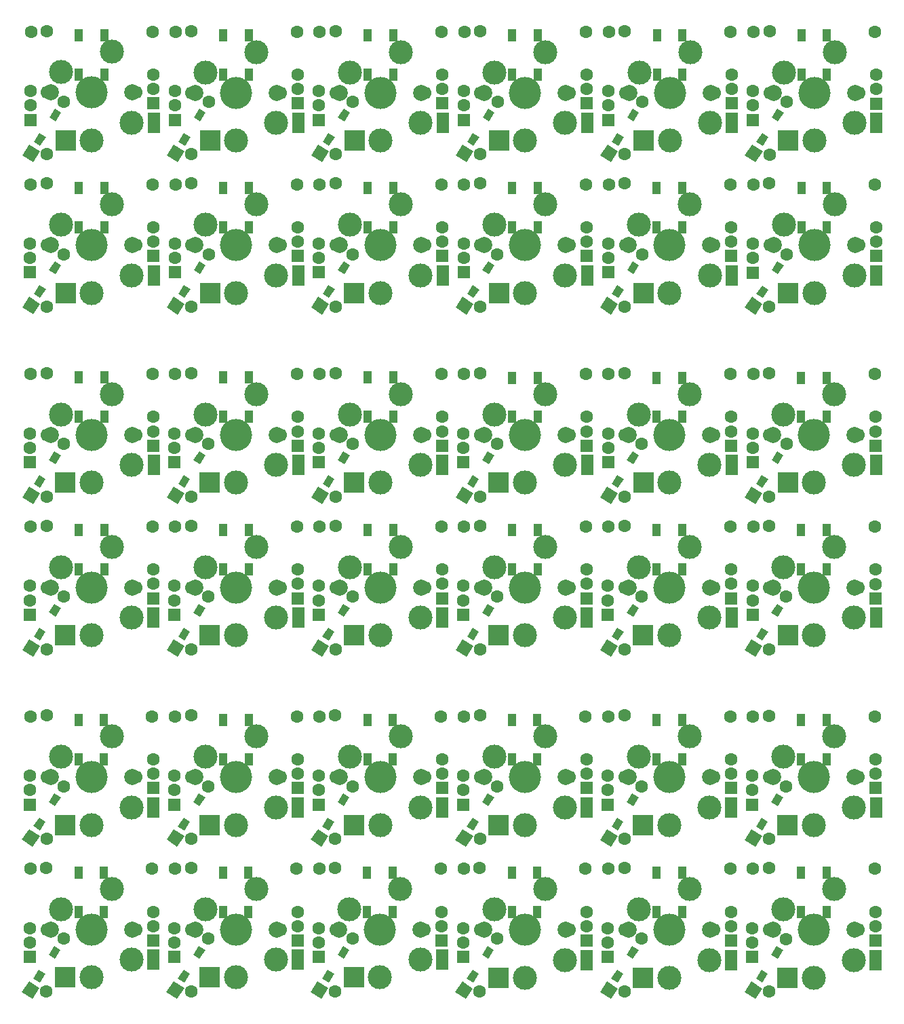
<source format=gts>
G04 #@! TF.GenerationSoftware,KiCad,Pcbnew,(5.1.5)-3*
G04 #@! TF.CreationDate,2020-05-06T16:20:12+02:00*
G04 #@! TF.ProjectId,plaque,706c6171-7565-42e6-9b69-6361645f7063,1*
G04 #@! TF.SameCoordinates,Original*
G04 #@! TF.FileFunction,Soldermask,Top*
G04 #@! TF.FilePolarity,Negative*
%FSLAX46Y46*%
G04 Gerber Fmt 4.6, Leading zero omitted, Abs format (unit mm)*
G04 Created by KiCad (PCBNEW (5.1.5)-3) date 2020-05-06 16:20:12*
%MOMM*%
%LPD*%
G04 APERTURE LIST*
%ADD10C,1.600000*%
%ADD11C,0.100000*%
%ADD12C,2.000000*%
%ADD13C,3.000000*%
%ADD14C,4.000000*%
%ADD15R,1.000000X1.500000*%
%ADD16C,1.701800*%
%ADD17R,2.600000X2.600000*%
%ADD18C,3.429000*%
%ADD19R,1.600000X2.600000*%
%ADD20R,1.600000X1.600000*%
G04 APERTURE END LIST*
D10*
X125084040Y-129200920D03*
D11*
G36*
X124259906Y-128115842D02*
G01*
X123458684Y-127605407D01*
X124157174Y-126508998D01*
X124958396Y-127019433D01*
X124259906Y-128115842D01*
G37*
G36*
X126167320Y-125121802D02*
G01*
X125366098Y-124611367D01*
X126064588Y-123514958D01*
X126865810Y-124025393D01*
X126167320Y-125121802D01*
G37*
D10*
X123002040Y-123100920D03*
D11*
G36*
X123378913Y-130155473D02*
G01*
X122029487Y-129295793D01*
X122889167Y-127946367D01*
X124238593Y-128806047D01*
X123378913Y-130155473D01*
G37*
D10*
X127228263Y-122624277D03*
D12*
X135764040Y-121500920D03*
D13*
X133224040Y-116420920D03*
D14*
X130684040Y-121500920D03*
D13*
X126874040Y-118960920D03*
D12*
X125604040Y-121500920D03*
D15*
X132272640Y-119245720D03*
X129072640Y-119245720D03*
X132272640Y-114345720D03*
X129072640Y-114345720D03*
D10*
X104957880Y-121298380D03*
X107039880Y-129198380D03*
X104957880Y-123098380D03*
D15*
X111028480Y-114343180D03*
X114228480Y-114343180D03*
X111028480Y-119243180D03*
X114228480Y-119243180D03*
D16*
X118139880Y-121498380D03*
X107139880Y-121498380D03*
D17*
X109364880Y-127448380D03*
D13*
X117639880Y-125248380D03*
D18*
X112639880Y-121498380D03*
D13*
X112639880Y-127448380D03*
D19*
X120389880Y-125248380D03*
D20*
X120339880Y-122848380D03*
D12*
X117712260Y-140530600D03*
D13*
X115172260Y-135450600D03*
D14*
X112632260Y-140530600D03*
D13*
X108822260Y-137990600D03*
D12*
X107552260Y-140530600D03*
D16*
X136176420Y-140533140D03*
X125176420Y-140533140D03*
D17*
X127401420Y-146483140D03*
D13*
X135676420Y-144283140D03*
D18*
X130676420Y-140533140D03*
D13*
X130676420Y-146483140D03*
D19*
X138426420Y-144283140D03*
D10*
X125076420Y-148233140D03*
D12*
X125596420Y-140533140D03*
D13*
X126866420Y-137993140D03*
D14*
X130676420Y-140533140D03*
D13*
X133216420Y-135453140D03*
D12*
X135756420Y-140533140D03*
D20*
X138384040Y-122850920D03*
D11*
G36*
X105327133Y-149185153D02*
G01*
X103977707Y-148325473D01*
X104837387Y-146976047D01*
X106186813Y-147835727D01*
X105327133Y-149185153D01*
G37*
D10*
X109176483Y-141653957D03*
D11*
G36*
X126159700Y-144154022D02*
G01*
X125358478Y-143643587D01*
X126056968Y-142547178D01*
X126858190Y-143057613D01*
X126159700Y-144154022D01*
G37*
G36*
X124252286Y-147148062D02*
G01*
X123451064Y-146637627D01*
X124149554Y-145541218D01*
X124950776Y-146051653D01*
X124252286Y-147148062D01*
G37*
D15*
X129065020Y-133377940D03*
X132265020Y-133377940D03*
X129065020Y-138277940D03*
X132265020Y-138277940D03*
D20*
X138376420Y-141883140D03*
D10*
X122994420Y-140333140D03*
X125076420Y-132833140D03*
X138376420Y-140083140D03*
X138384040Y-119250920D03*
X123076420Y-132933140D03*
X107032260Y-148230600D03*
X138284040Y-113900920D03*
X104950260Y-142130600D03*
X138376420Y-138283140D03*
X122994420Y-142133140D03*
D19*
X138434040Y-125250920D03*
D13*
X130684040Y-127450920D03*
D18*
X130684040Y-121500920D03*
D13*
X135684040Y-125250920D03*
D17*
X127409040Y-127450920D03*
D16*
X125184040Y-121500920D03*
X136184040Y-121500920D03*
D10*
X127220643Y-141656497D03*
D11*
G36*
X123371293Y-149187693D02*
G01*
X122021867Y-148328013D01*
X122881547Y-146978587D01*
X124230973Y-147838267D01*
X123371293Y-149187693D01*
G37*
D10*
X123002040Y-121300920D03*
D11*
G36*
X108123160Y-125119262D02*
G01*
X107321938Y-124608827D01*
X108020428Y-123512418D01*
X108821650Y-124022853D01*
X108123160Y-125119262D01*
G37*
G36*
X106215746Y-128113302D02*
G01*
X105414524Y-127602867D01*
X106113014Y-126506458D01*
X106914236Y-127016893D01*
X106215746Y-128113302D01*
G37*
D10*
X109184103Y-122621737D03*
D11*
G36*
X105334753Y-130152933D02*
G01*
X103985327Y-129293253D01*
X104845007Y-127943827D01*
X106194433Y-128803507D01*
X105334753Y-130152933D01*
G37*
D10*
X123084040Y-113900920D03*
D20*
X122994420Y-143933140D03*
D12*
X107559880Y-121498380D03*
D13*
X108829880Y-118958380D03*
D14*
X112639880Y-121498380D03*
D13*
X115179880Y-116418380D03*
D12*
X117719880Y-121498380D03*
D10*
X125084040Y-113800920D03*
X138276420Y-132933140D03*
X107039880Y-113798380D03*
D20*
X123002040Y-124900920D03*
D10*
X104950260Y-140330600D03*
X70941400Y-113795840D03*
D11*
G36*
X90061220Y-144151482D02*
G01*
X89259998Y-143641047D01*
X89958488Y-142544638D01*
X90759710Y-143055073D01*
X90061220Y-144151482D01*
G37*
G36*
X88153806Y-147145522D02*
G01*
X87352584Y-146635087D01*
X88051074Y-145538678D01*
X88852296Y-146049113D01*
X88153806Y-147145522D01*
G37*
D10*
X88977940Y-132830600D03*
D16*
X82041400Y-121495840D03*
X71041400Y-121495840D03*
D17*
X73266400Y-127445840D03*
D13*
X81541400Y-125245840D03*
D18*
X76541400Y-121495840D03*
D13*
X76541400Y-127445840D03*
D19*
X84291400Y-125245840D03*
D20*
X86895940Y-143930600D03*
D10*
X68851780Y-140328060D03*
X91122163Y-141653957D03*
D11*
G36*
X87272813Y-149185153D02*
G01*
X85923387Y-148325473D01*
X86783067Y-146976047D01*
X88132493Y-147835727D01*
X87272813Y-149185153D01*
G37*
D10*
X86895940Y-140330600D03*
X102285560Y-119248380D03*
D11*
G36*
X72024680Y-125116722D02*
G01*
X71223458Y-124606287D01*
X71921948Y-123509878D01*
X72723170Y-124020313D01*
X72024680Y-125116722D01*
G37*
G36*
X70117266Y-128110762D02*
G01*
X69316044Y-127600327D01*
X70014534Y-126503918D01*
X70815756Y-127014353D01*
X70117266Y-128110762D01*
G37*
D12*
X71461400Y-121495840D03*
D13*
X72731400Y-118955840D03*
D14*
X76541400Y-121495840D03*
D13*
X79081400Y-116415840D03*
D12*
X81621400Y-121495840D03*
D15*
X74930000Y-114340640D03*
X78130000Y-114340640D03*
X74930000Y-119240640D03*
X78130000Y-119240640D03*
D10*
X88977940Y-148230600D03*
X70941400Y-129195840D03*
D19*
X102335560Y-125248380D03*
D13*
X94585560Y-127448380D03*
D18*
X94585560Y-121498380D03*
D13*
X99585560Y-125248380D03*
D17*
X91310560Y-127448380D03*
D16*
X89085560Y-121498380D03*
X100085560Y-121498380D03*
D20*
X86903560Y-124898380D03*
D10*
X86895940Y-142130600D03*
X73085623Y-122619197D03*
D11*
G36*
X69236273Y-130150393D02*
G01*
X67886847Y-129290713D01*
X68746527Y-127941287D01*
X70095953Y-128800967D01*
X69236273Y-130150393D01*
G37*
D10*
X68859400Y-123095840D03*
D20*
X102285560Y-122848380D03*
D10*
X88985560Y-113798380D03*
X70933780Y-148228060D03*
D20*
X102277940Y-141880600D03*
D12*
X89497940Y-140530600D03*
D13*
X90767940Y-137990600D03*
D14*
X94577940Y-140530600D03*
D13*
X97117940Y-135450600D03*
D12*
X99657940Y-140530600D03*
D10*
X102177940Y-132930600D03*
X86977940Y-132930600D03*
D16*
X100077940Y-140530600D03*
X89077940Y-140530600D03*
D17*
X91302940Y-146480600D03*
D13*
X99577940Y-144280600D03*
D18*
X94577940Y-140530600D03*
D13*
X94577940Y-146480600D03*
D19*
X102327940Y-144280600D03*
D10*
X102185560Y-113898380D03*
D20*
X84241400Y-122845840D03*
D10*
X86985560Y-113898380D03*
X120339880Y-121048380D03*
X120339880Y-119248380D03*
X105032260Y-132930600D03*
X120232260Y-132930600D03*
X107032260Y-132830600D03*
D20*
X104957880Y-124898380D03*
X120332260Y-141880600D03*
D11*
G36*
X106208126Y-147145522D02*
G01*
X105406904Y-146635087D01*
X106105394Y-145538678D01*
X106906616Y-146049113D01*
X106208126Y-147145522D01*
G37*
G36*
X108115540Y-144151482D02*
G01*
X107314318Y-143641047D01*
X108012808Y-142544638D01*
X108814030Y-143055073D01*
X108115540Y-144151482D01*
G37*
D15*
X114220860Y-138275400D03*
X111020860Y-138275400D03*
X114220860Y-133375400D03*
X111020860Y-133375400D03*
D10*
X120332260Y-140080600D03*
X138384040Y-121050920D03*
D20*
X104950260Y-143930600D03*
D10*
X120239880Y-113898380D03*
X105039880Y-113898380D03*
D19*
X120382260Y-144280600D03*
D13*
X112632260Y-146480600D03*
D18*
X112632260Y-140530600D03*
D13*
X117632260Y-144280600D03*
D17*
X109357260Y-146480600D03*
D16*
X107132260Y-140530600D03*
X118132260Y-140530600D03*
D11*
G36*
X70109646Y-147142982D02*
G01*
X69308424Y-146632547D01*
X70006914Y-145536138D01*
X70808136Y-146046573D01*
X70109646Y-147142982D01*
G37*
G36*
X72017060Y-144148942D02*
G01*
X71215838Y-143638507D01*
X71914328Y-142542098D01*
X72715550Y-143052533D01*
X72017060Y-144148942D01*
G37*
D20*
X68851780Y-143928060D03*
D15*
X92966540Y-133375400D03*
X96166540Y-133375400D03*
X92966540Y-138275400D03*
X96166540Y-138275400D03*
D10*
X70933780Y-132828060D03*
X102277940Y-138280600D03*
X102285560Y-121048380D03*
X84141400Y-113895840D03*
X84233780Y-138278060D03*
X84233780Y-140078060D03*
X68941400Y-113895840D03*
X102277940Y-140080600D03*
X68933780Y-132928060D03*
D19*
X84283780Y-144278060D03*
D13*
X76533780Y-146478060D03*
D18*
X76533780Y-140528060D03*
D13*
X81533780Y-144278060D03*
D17*
X73258780Y-146478060D03*
D16*
X71033780Y-140528060D03*
X82033780Y-140528060D03*
D10*
X84133780Y-132928060D03*
D15*
X78122380Y-138272860D03*
X74922380Y-138272860D03*
X78122380Y-133372860D03*
X74922380Y-133372860D03*
D20*
X84233780Y-141878060D03*
D10*
X84241400Y-121045840D03*
X84241400Y-119245840D03*
D20*
X68859400Y-124895840D03*
D12*
X81613780Y-140528060D03*
D13*
X79073780Y-135448060D03*
D14*
X76533780Y-140528060D03*
D13*
X72723780Y-137988060D03*
D12*
X71453780Y-140528060D03*
D11*
G36*
X69228653Y-149182613D02*
G01*
X67879227Y-148322933D01*
X68738907Y-146973507D01*
X70088333Y-147833187D01*
X69228653Y-149182613D01*
G37*
D10*
X73078003Y-141651417D03*
X68851780Y-142128060D03*
X120332260Y-138280600D03*
X86903560Y-121298380D03*
X86903560Y-123098380D03*
X68859400Y-121295840D03*
D11*
G36*
X87280433Y-130152933D02*
G01*
X85931007Y-129293253D01*
X86790687Y-127943827D01*
X88140113Y-128803507D01*
X87280433Y-130152933D01*
G37*
D10*
X91129783Y-122621737D03*
D15*
X96174160Y-119243180D03*
X92974160Y-119243180D03*
X96174160Y-114343180D03*
X92974160Y-114343180D03*
D10*
X88985560Y-129198380D03*
D12*
X99665560Y-121498380D03*
D13*
X97125560Y-116418380D03*
D14*
X94585560Y-121498380D03*
D13*
X90775560Y-118958380D03*
D12*
X89505560Y-121498380D03*
D11*
G36*
X88161426Y-128113302D02*
G01*
X87360204Y-127602867D01*
X88058694Y-126506458D01*
X88859916Y-127016893D01*
X88161426Y-128113302D01*
G37*
G36*
X90068840Y-125119262D02*
G01*
X89267618Y-124608827D01*
X89966108Y-123512418D01*
X90767330Y-124022853D01*
X90068840Y-125119262D01*
G37*
G36*
X54008460Y-125116722D02*
G01*
X53207238Y-124606287D01*
X53905728Y-123509878D01*
X54706950Y-124020313D01*
X54008460Y-125116722D01*
G37*
G36*
X52101046Y-128110762D02*
G01*
X51299824Y-127600327D01*
X51998314Y-126503918D01*
X52799536Y-127014353D01*
X52101046Y-128110762D01*
G37*
D10*
X50843180Y-123095840D03*
X55069403Y-122619197D03*
D11*
G36*
X51220053Y-130150393D02*
G01*
X49870627Y-129290713D01*
X50730307Y-127941287D01*
X52079733Y-128800967D01*
X51220053Y-130150393D01*
G37*
D12*
X53445180Y-121495840D03*
D13*
X54715180Y-118955840D03*
D14*
X58525180Y-121495840D03*
D13*
X61065180Y-116415840D03*
D12*
X63605180Y-121495840D03*
D10*
X52925180Y-129195840D03*
X50843180Y-121295840D03*
D15*
X56913780Y-114340640D03*
X60113780Y-114340640D03*
X56913780Y-119240640D03*
X60113780Y-119240640D03*
D10*
X32799020Y-121293300D03*
D11*
G36*
X34056886Y-128108222D02*
G01*
X33255664Y-127597787D01*
X33954154Y-126501378D01*
X34755376Y-127011813D01*
X34056886Y-128108222D01*
G37*
G36*
X35964300Y-125114182D02*
G01*
X35163078Y-124603747D01*
X35861568Y-123507338D01*
X36662790Y-124017773D01*
X35964300Y-125114182D01*
G37*
D10*
X34881020Y-129193300D03*
D12*
X45561020Y-121493300D03*
D13*
X43021020Y-116413300D03*
D14*
X40481020Y-121493300D03*
D13*
X36671020Y-118953300D03*
D12*
X35401020Y-121493300D03*
D11*
G36*
X33175893Y-130147853D02*
G01*
X31826467Y-129288173D01*
X32686147Y-127938747D01*
X34035573Y-128798427D01*
X33175893Y-130147853D01*
G37*
D10*
X37025243Y-122616657D03*
X32799020Y-123093300D03*
D15*
X42069620Y-119238100D03*
X38869620Y-119238100D03*
X42069620Y-114338100D03*
X38869620Y-114338100D03*
D10*
X34881020Y-113793300D03*
D19*
X48231020Y-125243300D03*
D13*
X40481020Y-127443300D03*
D18*
X40481020Y-121493300D03*
D13*
X45481020Y-125243300D03*
D17*
X37206020Y-127443300D03*
D16*
X34981020Y-121493300D03*
X45981020Y-121493300D03*
D20*
X48181020Y-122843300D03*
D10*
X52925180Y-113795840D03*
D16*
X64025180Y-121495840D03*
X53025180Y-121495840D03*
D17*
X55250180Y-127445840D03*
D13*
X63525180Y-125245840D03*
D18*
X58525180Y-121495840D03*
D13*
X58525180Y-127445840D03*
D19*
X66275180Y-125245840D03*
D10*
X52917560Y-148228060D03*
D12*
X63597560Y-140528060D03*
D13*
X61057560Y-135448060D03*
D14*
X58517560Y-140528060D03*
D13*
X54707560Y-137988060D03*
D12*
X53437560Y-140528060D03*
D11*
G36*
X52093426Y-147142982D02*
G01*
X51292204Y-146632547D01*
X51990694Y-145536138D01*
X52791916Y-146046573D01*
X52093426Y-147142982D01*
G37*
G36*
X54000840Y-144148942D02*
G01*
X53199618Y-143638507D01*
X53898108Y-142542098D01*
X54699330Y-143052533D01*
X54000840Y-144148942D01*
G37*
G36*
X51212433Y-149182613D02*
G01*
X49863007Y-148322933D01*
X50722687Y-146973507D01*
X52072113Y-147833187D01*
X51212433Y-149182613D01*
G37*
D10*
X55061783Y-141651417D03*
X50835560Y-142128060D03*
D20*
X66217560Y-141878060D03*
D10*
X50925180Y-113895840D03*
X52917560Y-132828060D03*
D20*
X66225180Y-122845840D03*
D10*
X50835560Y-140328060D03*
D20*
X50835560Y-143928060D03*
D10*
X66117560Y-132928060D03*
X32791400Y-140325520D03*
D20*
X50843180Y-124895840D03*
D10*
X34873400Y-148225520D03*
X50917560Y-132928060D03*
D19*
X66267560Y-144278060D03*
D13*
X58517560Y-146478060D03*
D18*
X58517560Y-140528060D03*
D13*
X63517560Y-144278060D03*
D17*
X55242560Y-146478060D03*
D16*
X53017560Y-140528060D03*
X64017560Y-140528060D03*
D10*
X66125180Y-113895840D03*
X66225180Y-119245840D03*
D15*
X60106160Y-138272860D03*
X56906160Y-138272860D03*
X60106160Y-133372860D03*
X56906160Y-133372860D03*
D10*
X66217560Y-140078060D03*
X66217560Y-138278060D03*
D12*
X35393400Y-140525520D03*
D13*
X36663400Y-137985520D03*
D14*
X40473400Y-140525520D03*
D13*
X43013400Y-135445520D03*
D12*
X45553400Y-140525520D03*
D10*
X37017623Y-141648877D03*
D11*
G36*
X33168273Y-149180073D02*
G01*
X31818847Y-148320393D01*
X32678527Y-146970967D01*
X34027953Y-147830647D01*
X33168273Y-149180073D01*
G37*
D10*
X32791400Y-142125520D03*
D11*
G36*
X35956680Y-144146402D02*
G01*
X35155458Y-143635967D01*
X35853948Y-142539558D01*
X36655170Y-143049993D01*
X35956680Y-144146402D01*
G37*
G36*
X34049266Y-147140442D02*
G01*
X33248044Y-146630007D01*
X33946534Y-145533598D01*
X34747756Y-146044033D01*
X34049266Y-147140442D01*
G37*
D10*
X66225180Y-121045840D03*
X48073400Y-132925520D03*
D20*
X32791400Y-143925520D03*
X48173400Y-141875520D03*
D10*
X32881020Y-113893300D03*
X34873400Y-132825520D03*
X32873400Y-132925520D03*
D16*
X45973400Y-140525520D03*
X34973400Y-140525520D03*
D17*
X37198400Y-146475520D03*
D13*
X45473400Y-144275520D03*
D18*
X40473400Y-140525520D03*
D13*
X40473400Y-146475520D03*
D19*
X48223400Y-144275520D03*
D10*
X48181020Y-121043300D03*
X48181020Y-119243300D03*
X48081020Y-113893300D03*
D20*
X32799020Y-124893300D03*
D15*
X38862000Y-133370320D03*
X42062000Y-133370320D03*
X38862000Y-138270320D03*
X42062000Y-138270320D03*
D10*
X48173400Y-140075520D03*
X48173400Y-138275520D03*
X125111980Y-86493360D03*
D11*
G36*
X124287846Y-85408282D02*
G01*
X123486624Y-84897847D01*
X124185114Y-83801438D01*
X124986336Y-84311873D01*
X124287846Y-85408282D01*
G37*
G36*
X126195260Y-82414242D02*
G01*
X125394038Y-81903807D01*
X126092528Y-80807398D01*
X126893750Y-81317833D01*
X126195260Y-82414242D01*
G37*
D10*
X123029980Y-80393360D03*
D11*
G36*
X123406853Y-87447913D02*
G01*
X122057427Y-86588233D01*
X122917107Y-85238807D01*
X124266533Y-86098487D01*
X123406853Y-87447913D01*
G37*
D10*
X127256203Y-79916717D03*
D12*
X135791980Y-78793360D03*
D13*
X133251980Y-73713360D03*
D14*
X130711980Y-78793360D03*
D13*
X126901980Y-76253360D03*
D12*
X125631980Y-78793360D03*
D15*
X132300580Y-76538160D03*
X129100580Y-76538160D03*
X132300580Y-71638160D03*
X129100580Y-71638160D03*
D10*
X104985820Y-78590820D03*
X107067820Y-86490820D03*
X104985820Y-80390820D03*
D15*
X111056420Y-71635620D03*
X114256420Y-71635620D03*
X111056420Y-76535620D03*
X114256420Y-76535620D03*
D16*
X118167820Y-78790820D03*
X107167820Y-78790820D03*
D17*
X109392820Y-84740820D03*
D13*
X117667820Y-82540820D03*
D18*
X112667820Y-78790820D03*
D13*
X112667820Y-84740820D03*
D19*
X120417820Y-82540820D03*
D20*
X120367820Y-80140820D03*
D12*
X117740200Y-97823040D03*
D13*
X115200200Y-92743040D03*
D14*
X112660200Y-97823040D03*
D13*
X108850200Y-95283040D03*
D12*
X107580200Y-97823040D03*
D16*
X136204360Y-97825580D03*
X125204360Y-97825580D03*
D17*
X127429360Y-103775580D03*
D13*
X135704360Y-101575580D03*
D18*
X130704360Y-97825580D03*
D13*
X130704360Y-103775580D03*
D19*
X138454360Y-101575580D03*
D10*
X125104360Y-105525580D03*
D12*
X125624360Y-97825580D03*
D13*
X126894360Y-95285580D03*
D14*
X130704360Y-97825580D03*
D13*
X133244360Y-92745580D03*
D12*
X135784360Y-97825580D03*
D20*
X138411980Y-80143360D03*
D11*
G36*
X105355073Y-106477593D02*
G01*
X104005647Y-105617913D01*
X104865327Y-104268487D01*
X106214753Y-105128167D01*
X105355073Y-106477593D01*
G37*
D10*
X109204423Y-98946397D03*
D11*
G36*
X126187640Y-101446462D02*
G01*
X125386418Y-100936027D01*
X126084908Y-99839618D01*
X126886130Y-100350053D01*
X126187640Y-101446462D01*
G37*
G36*
X124280226Y-104440502D02*
G01*
X123479004Y-103930067D01*
X124177494Y-102833658D01*
X124978716Y-103344093D01*
X124280226Y-104440502D01*
G37*
D15*
X129092960Y-90670380D03*
X132292960Y-90670380D03*
X129092960Y-95570380D03*
X132292960Y-95570380D03*
D20*
X138404360Y-99175580D03*
D10*
X123022360Y-97625580D03*
X125104360Y-90125580D03*
X138404360Y-97375580D03*
X138411980Y-76543360D03*
X123104360Y-90225580D03*
X107060200Y-105523040D03*
X138311980Y-71193360D03*
X104978200Y-99423040D03*
X138404360Y-95575580D03*
X123022360Y-99425580D03*
D19*
X138461980Y-82543360D03*
D13*
X130711980Y-84743360D03*
D18*
X130711980Y-78793360D03*
D13*
X135711980Y-82543360D03*
D17*
X127436980Y-84743360D03*
D16*
X125211980Y-78793360D03*
X136211980Y-78793360D03*
D10*
X127248583Y-98948937D03*
D11*
G36*
X123399233Y-106480133D02*
G01*
X122049807Y-105620453D01*
X122909487Y-104271027D01*
X124258913Y-105130707D01*
X123399233Y-106480133D01*
G37*
D10*
X123029980Y-78593360D03*
D11*
G36*
X108151100Y-82411702D02*
G01*
X107349878Y-81901267D01*
X108048368Y-80804858D01*
X108849590Y-81315293D01*
X108151100Y-82411702D01*
G37*
G36*
X106243686Y-85405742D02*
G01*
X105442464Y-84895307D01*
X106140954Y-83798898D01*
X106942176Y-84309333D01*
X106243686Y-85405742D01*
G37*
D10*
X109212043Y-79914177D03*
D11*
G36*
X105362693Y-87445373D02*
G01*
X104013267Y-86585693D01*
X104872947Y-85236267D01*
X106222373Y-86095947D01*
X105362693Y-87445373D01*
G37*
D10*
X123111980Y-71193360D03*
D20*
X123022360Y-101225580D03*
D12*
X107587820Y-78790820D03*
D13*
X108857820Y-76250820D03*
D14*
X112667820Y-78790820D03*
D13*
X115207820Y-73710820D03*
D12*
X117747820Y-78790820D03*
D10*
X125111980Y-71093360D03*
X138304360Y-90225580D03*
X107067820Y-71090820D03*
D20*
X123029980Y-82193360D03*
D10*
X104978200Y-97623040D03*
X70969340Y-71088280D03*
D11*
G36*
X90089160Y-101443922D02*
G01*
X89287938Y-100933487D01*
X89986428Y-99837078D01*
X90787650Y-100347513D01*
X90089160Y-101443922D01*
G37*
G36*
X88181746Y-104437962D02*
G01*
X87380524Y-103927527D01*
X88079014Y-102831118D01*
X88880236Y-103341553D01*
X88181746Y-104437962D01*
G37*
D10*
X89005880Y-90123040D03*
D16*
X82069340Y-78788280D03*
X71069340Y-78788280D03*
D17*
X73294340Y-84738280D03*
D13*
X81569340Y-82538280D03*
D18*
X76569340Y-78788280D03*
D13*
X76569340Y-84738280D03*
D19*
X84319340Y-82538280D03*
D20*
X86923880Y-101223040D03*
D10*
X68879720Y-97620500D03*
X91150103Y-98946397D03*
D11*
G36*
X87300753Y-106477593D02*
G01*
X85951327Y-105617913D01*
X86811007Y-104268487D01*
X88160433Y-105128167D01*
X87300753Y-106477593D01*
G37*
D10*
X86923880Y-97623040D03*
X102313500Y-76540820D03*
D11*
G36*
X72052620Y-82409162D02*
G01*
X71251398Y-81898727D01*
X71949888Y-80802318D01*
X72751110Y-81312753D01*
X72052620Y-82409162D01*
G37*
G36*
X70145206Y-85403202D02*
G01*
X69343984Y-84892767D01*
X70042474Y-83796358D01*
X70843696Y-84306793D01*
X70145206Y-85403202D01*
G37*
D12*
X71489340Y-78788280D03*
D13*
X72759340Y-76248280D03*
D14*
X76569340Y-78788280D03*
D13*
X79109340Y-73708280D03*
D12*
X81649340Y-78788280D03*
D15*
X74957940Y-71633080D03*
X78157940Y-71633080D03*
X74957940Y-76533080D03*
X78157940Y-76533080D03*
D10*
X89005880Y-105523040D03*
X70969340Y-86488280D03*
D19*
X102363500Y-82540820D03*
D13*
X94613500Y-84740820D03*
D18*
X94613500Y-78790820D03*
D13*
X99613500Y-82540820D03*
D17*
X91338500Y-84740820D03*
D16*
X89113500Y-78790820D03*
X100113500Y-78790820D03*
D20*
X86931500Y-82190820D03*
D10*
X86923880Y-99423040D03*
X73113563Y-79911637D03*
D11*
G36*
X69264213Y-87442833D02*
G01*
X67914787Y-86583153D01*
X68774467Y-85233727D01*
X70123893Y-86093407D01*
X69264213Y-87442833D01*
G37*
D10*
X68887340Y-80388280D03*
D20*
X102313500Y-80140820D03*
D10*
X89013500Y-71090820D03*
X70961720Y-105520500D03*
D20*
X102305880Y-99173040D03*
D12*
X89525880Y-97823040D03*
D13*
X90795880Y-95283040D03*
D14*
X94605880Y-97823040D03*
D13*
X97145880Y-92743040D03*
D12*
X99685880Y-97823040D03*
D10*
X102205880Y-90223040D03*
X87005880Y-90223040D03*
D16*
X100105880Y-97823040D03*
X89105880Y-97823040D03*
D17*
X91330880Y-103773040D03*
D13*
X99605880Y-101573040D03*
D18*
X94605880Y-97823040D03*
D13*
X94605880Y-103773040D03*
D19*
X102355880Y-101573040D03*
D10*
X102213500Y-71190820D03*
D20*
X84269340Y-80138280D03*
D10*
X87013500Y-71190820D03*
X120367820Y-78340820D03*
X120367820Y-76540820D03*
X105060200Y-90223040D03*
X120260200Y-90223040D03*
X107060200Y-90123040D03*
D20*
X104985820Y-82190820D03*
X120360200Y-99173040D03*
D11*
G36*
X106236066Y-104437962D02*
G01*
X105434844Y-103927527D01*
X106133334Y-102831118D01*
X106934556Y-103341553D01*
X106236066Y-104437962D01*
G37*
G36*
X108143480Y-101443922D02*
G01*
X107342258Y-100933487D01*
X108040748Y-99837078D01*
X108841970Y-100347513D01*
X108143480Y-101443922D01*
G37*
D15*
X114248800Y-95567840D03*
X111048800Y-95567840D03*
X114248800Y-90667840D03*
X111048800Y-90667840D03*
D10*
X120360200Y-97373040D03*
X138411980Y-78343360D03*
D20*
X104978200Y-101223040D03*
D10*
X120267820Y-71190820D03*
X105067820Y-71190820D03*
D19*
X120410200Y-101573040D03*
D13*
X112660200Y-103773040D03*
D18*
X112660200Y-97823040D03*
D13*
X117660200Y-101573040D03*
D17*
X109385200Y-103773040D03*
D16*
X107160200Y-97823040D03*
X118160200Y-97823040D03*
D11*
G36*
X70137586Y-104435422D02*
G01*
X69336364Y-103924987D01*
X70034854Y-102828578D01*
X70836076Y-103339013D01*
X70137586Y-104435422D01*
G37*
G36*
X72045000Y-101441382D02*
G01*
X71243778Y-100930947D01*
X71942268Y-99834538D01*
X72743490Y-100344973D01*
X72045000Y-101441382D01*
G37*
D20*
X68879720Y-101220500D03*
D15*
X92994480Y-90667840D03*
X96194480Y-90667840D03*
X92994480Y-95567840D03*
X96194480Y-95567840D03*
D10*
X70961720Y-90120500D03*
X102305880Y-95573040D03*
X102313500Y-78340820D03*
X84169340Y-71188280D03*
X84261720Y-95570500D03*
X84261720Y-97370500D03*
X68969340Y-71188280D03*
X102305880Y-97373040D03*
X68961720Y-90220500D03*
D19*
X84311720Y-101570500D03*
D13*
X76561720Y-103770500D03*
D18*
X76561720Y-97820500D03*
D13*
X81561720Y-101570500D03*
D17*
X73286720Y-103770500D03*
D16*
X71061720Y-97820500D03*
X82061720Y-97820500D03*
D10*
X84161720Y-90220500D03*
D15*
X78150320Y-95565300D03*
X74950320Y-95565300D03*
X78150320Y-90665300D03*
X74950320Y-90665300D03*
D20*
X84261720Y-99170500D03*
D10*
X84269340Y-78338280D03*
X84269340Y-76538280D03*
D20*
X68887340Y-82188280D03*
D12*
X81641720Y-97820500D03*
D13*
X79101720Y-92740500D03*
D14*
X76561720Y-97820500D03*
D13*
X72751720Y-95280500D03*
D12*
X71481720Y-97820500D03*
D11*
G36*
X69256593Y-106475053D02*
G01*
X67907167Y-105615373D01*
X68766847Y-104265947D01*
X70116273Y-105125627D01*
X69256593Y-106475053D01*
G37*
D10*
X73105943Y-98943857D03*
X68879720Y-99420500D03*
X120360200Y-95573040D03*
X86931500Y-78590820D03*
X86931500Y-80390820D03*
X68887340Y-78588280D03*
D11*
G36*
X87308373Y-87445373D02*
G01*
X85958947Y-86585693D01*
X86818627Y-85236267D01*
X88168053Y-86095947D01*
X87308373Y-87445373D01*
G37*
D10*
X91157723Y-79914177D03*
D15*
X96202100Y-76535620D03*
X93002100Y-76535620D03*
X96202100Y-71635620D03*
X93002100Y-71635620D03*
D10*
X89013500Y-86490820D03*
D12*
X99693500Y-78790820D03*
D13*
X97153500Y-73710820D03*
D14*
X94613500Y-78790820D03*
D13*
X90803500Y-76250820D03*
D12*
X89533500Y-78790820D03*
D11*
G36*
X88189366Y-85405742D02*
G01*
X87388144Y-84895307D01*
X88086634Y-83798898D01*
X88887856Y-84309333D01*
X88189366Y-85405742D01*
G37*
G36*
X90096780Y-82411702D02*
G01*
X89295558Y-81901267D01*
X89994048Y-80804858D01*
X90795270Y-81315293D01*
X90096780Y-82411702D01*
G37*
G36*
X54036400Y-82409162D02*
G01*
X53235178Y-81898727D01*
X53933668Y-80802318D01*
X54734890Y-81312753D01*
X54036400Y-82409162D01*
G37*
G36*
X52128986Y-85403202D02*
G01*
X51327764Y-84892767D01*
X52026254Y-83796358D01*
X52827476Y-84306793D01*
X52128986Y-85403202D01*
G37*
D10*
X50871120Y-80388280D03*
X55097343Y-79911637D03*
D11*
G36*
X51247993Y-87442833D02*
G01*
X49898567Y-86583153D01*
X50758247Y-85233727D01*
X52107673Y-86093407D01*
X51247993Y-87442833D01*
G37*
D12*
X53473120Y-78788280D03*
D13*
X54743120Y-76248280D03*
D14*
X58553120Y-78788280D03*
D13*
X61093120Y-73708280D03*
D12*
X63633120Y-78788280D03*
D10*
X52953120Y-86488280D03*
X50871120Y-78588280D03*
D15*
X56941720Y-71633080D03*
X60141720Y-71633080D03*
X56941720Y-76533080D03*
X60141720Y-76533080D03*
D10*
X32826960Y-78585740D03*
D11*
G36*
X34084826Y-85400662D02*
G01*
X33283604Y-84890227D01*
X33982094Y-83793818D01*
X34783316Y-84304253D01*
X34084826Y-85400662D01*
G37*
G36*
X35992240Y-82406622D02*
G01*
X35191018Y-81896187D01*
X35889508Y-80799778D01*
X36690730Y-81310213D01*
X35992240Y-82406622D01*
G37*
D10*
X34908960Y-86485740D03*
D12*
X45588960Y-78785740D03*
D13*
X43048960Y-73705740D03*
D14*
X40508960Y-78785740D03*
D13*
X36698960Y-76245740D03*
D12*
X35428960Y-78785740D03*
D11*
G36*
X33203833Y-87440293D02*
G01*
X31854407Y-86580613D01*
X32714087Y-85231187D01*
X34063513Y-86090867D01*
X33203833Y-87440293D01*
G37*
D10*
X37053183Y-79909097D03*
X32826960Y-80385740D03*
D15*
X42097560Y-76530540D03*
X38897560Y-76530540D03*
X42097560Y-71630540D03*
X38897560Y-71630540D03*
D10*
X34908960Y-71085740D03*
D19*
X48258960Y-82535740D03*
D13*
X40508960Y-84735740D03*
D18*
X40508960Y-78785740D03*
D13*
X45508960Y-82535740D03*
D17*
X37233960Y-84735740D03*
D16*
X35008960Y-78785740D03*
X46008960Y-78785740D03*
D20*
X48208960Y-80135740D03*
D10*
X52953120Y-71088280D03*
D16*
X64053120Y-78788280D03*
X53053120Y-78788280D03*
D17*
X55278120Y-84738280D03*
D13*
X63553120Y-82538280D03*
D18*
X58553120Y-78788280D03*
D13*
X58553120Y-84738280D03*
D19*
X66303120Y-82538280D03*
D10*
X52945500Y-105520500D03*
D12*
X63625500Y-97820500D03*
D13*
X61085500Y-92740500D03*
D14*
X58545500Y-97820500D03*
D13*
X54735500Y-95280500D03*
D12*
X53465500Y-97820500D03*
D11*
G36*
X52121366Y-104435422D02*
G01*
X51320144Y-103924987D01*
X52018634Y-102828578D01*
X52819856Y-103339013D01*
X52121366Y-104435422D01*
G37*
G36*
X54028780Y-101441382D02*
G01*
X53227558Y-100930947D01*
X53926048Y-99834538D01*
X54727270Y-100344973D01*
X54028780Y-101441382D01*
G37*
G36*
X51240373Y-106475053D02*
G01*
X49890947Y-105615373D01*
X50750627Y-104265947D01*
X52100053Y-105125627D01*
X51240373Y-106475053D01*
G37*
D10*
X55089723Y-98943857D03*
X50863500Y-99420500D03*
D20*
X66245500Y-99170500D03*
D10*
X50953120Y-71188280D03*
X52945500Y-90120500D03*
D20*
X66253120Y-80138280D03*
D10*
X50863500Y-97620500D03*
D20*
X50863500Y-101220500D03*
D10*
X66145500Y-90220500D03*
X32819340Y-97617960D03*
D20*
X50871120Y-82188280D03*
D10*
X34901340Y-105517960D03*
X50945500Y-90220500D03*
D19*
X66295500Y-101570500D03*
D13*
X58545500Y-103770500D03*
D18*
X58545500Y-97820500D03*
D13*
X63545500Y-101570500D03*
D17*
X55270500Y-103770500D03*
D16*
X53045500Y-97820500D03*
X64045500Y-97820500D03*
D10*
X66153120Y-71188280D03*
X66253120Y-76538280D03*
D15*
X60134100Y-95565300D03*
X56934100Y-95565300D03*
X60134100Y-90665300D03*
X56934100Y-90665300D03*
D10*
X66245500Y-97370500D03*
X66245500Y-95570500D03*
D12*
X35421340Y-97817960D03*
D13*
X36691340Y-95277960D03*
D14*
X40501340Y-97817960D03*
D13*
X43041340Y-92737960D03*
D12*
X45581340Y-97817960D03*
D10*
X37045563Y-98941317D03*
D11*
G36*
X33196213Y-106472513D02*
G01*
X31846787Y-105612833D01*
X32706467Y-104263407D01*
X34055893Y-105123087D01*
X33196213Y-106472513D01*
G37*
D10*
X32819340Y-99417960D03*
D11*
G36*
X35984620Y-101438842D02*
G01*
X35183398Y-100928407D01*
X35881888Y-99831998D01*
X36683110Y-100342433D01*
X35984620Y-101438842D01*
G37*
G36*
X34077206Y-104432882D02*
G01*
X33275984Y-103922447D01*
X33974474Y-102826038D01*
X34775696Y-103336473D01*
X34077206Y-104432882D01*
G37*
D10*
X66253120Y-78338280D03*
X48101340Y-90217960D03*
D20*
X32819340Y-101217960D03*
X48201340Y-99167960D03*
D10*
X32908960Y-71185740D03*
X34901340Y-90117960D03*
X32901340Y-90217960D03*
D16*
X46001340Y-97817960D03*
X35001340Y-97817960D03*
D17*
X37226340Y-103767960D03*
D13*
X45501340Y-101567960D03*
D18*
X40501340Y-97817960D03*
D13*
X40501340Y-103767960D03*
D19*
X48251340Y-101567960D03*
D10*
X48208960Y-78335740D03*
X48208960Y-76535740D03*
X48108960Y-71185740D03*
D20*
X32826960Y-82185740D03*
D15*
X38889940Y-90662760D03*
X42089940Y-90662760D03*
X38889940Y-95562760D03*
X42089940Y-95562760D03*
D10*
X48201340Y-97367960D03*
X48201340Y-95567960D03*
D11*
G36*
X126223200Y-39701602D02*
G01*
X125421978Y-39191167D01*
X126120468Y-38094758D01*
X126921690Y-38605193D01*
X126223200Y-39701602D01*
G37*
G36*
X124315786Y-42695642D02*
G01*
X123514564Y-42185207D01*
X124213054Y-41088798D01*
X125014276Y-41599233D01*
X124315786Y-42695642D01*
G37*
D10*
X123057920Y-37680720D03*
X127284143Y-37204077D03*
D11*
G36*
X123434793Y-44735273D02*
G01*
X122085367Y-43875593D01*
X122945047Y-42526167D01*
X124294473Y-43385847D01*
X123434793Y-44735273D01*
G37*
D12*
X125659920Y-36080720D03*
D13*
X126929920Y-33540720D03*
D14*
X130739920Y-36080720D03*
D13*
X133279920Y-31000720D03*
D12*
X135819920Y-36080720D03*
D10*
X125139920Y-43780720D03*
X123057920Y-35880720D03*
D15*
X129128520Y-28925520D03*
X132328520Y-28925520D03*
X129128520Y-33825520D03*
X132328520Y-33825520D03*
D10*
X105013760Y-35878180D03*
D11*
G36*
X106271626Y-42693102D02*
G01*
X105470404Y-42182667D01*
X106168894Y-41086258D01*
X106970116Y-41596693D01*
X106271626Y-42693102D01*
G37*
G36*
X108179040Y-39699062D02*
G01*
X107377818Y-39188627D01*
X108076308Y-38092218D01*
X108877530Y-38602653D01*
X108179040Y-39699062D01*
G37*
D10*
X107095760Y-43778180D03*
D12*
X117775760Y-36078180D03*
D13*
X115235760Y-30998180D03*
D14*
X112695760Y-36078180D03*
D13*
X108885760Y-33538180D03*
D12*
X107615760Y-36078180D03*
D11*
G36*
X105390633Y-44732733D02*
G01*
X104041207Y-43873053D01*
X104900887Y-42523627D01*
X106250313Y-43383307D01*
X105390633Y-44732733D01*
G37*
D10*
X109239983Y-37201537D03*
X105013760Y-37678180D03*
D15*
X114284360Y-33822980D03*
X111084360Y-33822980D03*
X114284360Y-28922980D03*
X111084360Y-28922980D03*
D10*
X107095760Y-28378180D03*
D19*
X120445760Y-39828180D03*
D13*
X112695760Y-42028180D03*
D18*
X112695760Y-36078180D03*
D13*
X117695760Y-39828180D03*
D17*
X109420760Y-42028180D03*
D16*
X107195760Y-36078180D03*
X118195760Y-36078180D03*
D20*
X120395760Y-37428180D03*
D10*
X125139920Y-28380720D03*
D16*
X136239920Y-36080720D03*
X125239920Y-36080720D03*
D17*
X127464920Y-42030720D03*
D13*
X135739920Y-39830720D03*
D18*
X130739920Y-36080720D03*
D13*
X130739920Y-42030720D03*
D19*
X138489920Y-39830720D03*
D10*
X125132300Y-62812940D03*
D12*
X135812300Y-55112940D03*
D13*
X133272300Y-50032940D03*
D14*
X130732300Y-55112940D03*
D13*
X126922300Y-52572940D03*
D12*
X125652300Y-55112940D03*
D11*
G36*
X124308166Y-61727862D02*
G01*
X123506944Y-61217427D01*
X124205434Y-60121018D01*
X125006656Y-60631453D01*
X124308166Y-61727862D01*
G37*
G36*
X126215580Y-58733822D02*
G01*
X125414358Y-58223387D01*
X126112848Y-57126978D01*
X126914070Y-57637413D01*
X126215580Y-58733822D01*
G37*
G36*
X123427173Y-63767493D02*
G01*
X122077747Y-62907813D01*
X122937427Y-61558387D01*
X124286853Y-62418067D01*
X123427173Y-63767493D01*
G37*
D10*
X127276523Y-56236297D03*
X123050300Y-56712940D03*
D20*
X138432300Y-56462940D03*
D10*
X123139920Y-28480720D03*
X125132300Y-47412940D03*
D20*
X138439920Y-37430720D03*
D10*
X123050300Y-54912940D03*
D20*
X123050300Y-58512940D03*
D10*
X138332300Y-47512940D03*
X105006140Y-54910400D03*
D20*
X123057920Y-39480720D03*
D10*
X107088140Y-62810400D03*
X123132300Y-47512940D03*
D19*
X138482300Y-58862940D03*
D13*
X130732300Y-61062940D03*
D18*
X130732300Y-55112940D03*
D13*
X135732300Y-58862940D03*
D17*
X127457300Y-61062940D03*
D16*
X125232300Y-55112940D03*
X136232300Y-55112940D03*
D10*
X138339920Y-28480720D03*
X138439920Y-33830720D03*
D15*
X132320900Y-52857740D03*
X129120900Y-52857740D03*
X132320900Y-47957740D03*
X129120900Y-47957740D03*
D10*
X138432300Y-54662940D03*
X138432300Y-52862940D03*
D12*
X107608140Y-55110400D03*
D13*
X108878140Y-52570400D03*
D14*
X112688140Y-55110400D03*
D13*
X115228140Y-50030400D03*
D12*
X117768140Y-55110400D03*
D10*
X109232363Y-56233757D03*
D11*
G36*
X105383013Y-63764953D02*
G01*
X104033587Y-62905273D01*
X104893267Y-61555847D01*
X106242693Y-62415527D01*
X105383013Y-63764953D01*
G37*
D10*
X105006140Y-56710400D03*
D11*
G36*
X108171420Y-58731282D02*
G01*
X107370198Y-58220847D01*
X108068688Y-57124438D01*
X108869910Y-57634873D01*
X108171420Y-58731282D01*
G37*
G36*
X106264006Y-61725322D02*
G01*
X105462784Y-61214887D01*
X106161274Y-60118478D01*
X106962496Y-60628913D01*
X106264006Y-61725322D01*
G37*
D10*
X138439920Y-35630720D03*
X120288140Y-47510400D03*
D20*
X105006140Y-58510400D03*
X120388140Y-56460400D03*
D10*
X105095760Y-28478180D03*
X107088140Y-47410400D03*
X105088140Y-47510400D03*
D16*
X118188140Y-55110400D03*
X107188140Y-55110400D03*
D17*
X109413140Y-61060400D03*
D13*
X117688140Y-58860400D03*
D18*
X112688140Y-55110400D03*
D13*
X112688140Y-61060400D03*
D19*
X120438140Y-58860400D03*
D10*
X120395760Y-35628180D03*
X120395760Y-33828180D03*
X120295760Y-28478180D03*
D20*
X105013760Y-39478180D03*
D15*
X111076740Y-47955200D03*
X114276740Y-47955200D03*
X111076740Y-52855200D03*
X114276740Y-52855200D03*
D10*
X120388140Y-54660400D03*
X120388140Y-52860400D03*
D11*
G36*
X90124720Y-39699062D02*
G01*
X89323498Y-39188627D01*
X90021988Y-38092218D01*
X90823210Y-38602653D01*
X90124720Y-39699062D01*
G37*
G36*
X88217306Y-42693102D02*
G01*
X87416084Y-42182667D01*
X88114574Y-41086258D01*
X88915796Y-41596693D01*
X88217306Y-42693102D01*
G37*
D10*
X86959440Y-37678180D03*
X91185663Y-37201537D03*
D11*
G36*
X87336313Y-44732733D02*
G01*
X85986887Y-43873053D01*
X86846567Y-42523627D01*
X88195993Y-43383307D01*
X87336313Y-44732733D01*
G37*
D12*
X89561440Y-36078180D03*
D13*
X90831440Y-33538180D03*
D14*
X94641440Y-36078180D03*
D13*
X97181440Y-30998180D03*
D12*
X99721440Y-36078180D03*
D10*
X89041440Y-43778180D03*
X86959440Y-35878180D03*
D15*
X93030040Y-28922980D03*
X96230040Y-28922980D03*
X93030040Y-33822980D03*
X96230040Y-33822980D03*
D10*
X68915280Y-35875640D03*
D11*
G36*
X70173146Y-42690562D02*
G01*
X69371924Y-42180127D01*
X70070414Y-41083718D01*
X70871636Y-41594153D01*
X70173146Y-42690562D01*
G37*
G36*
X72080560Y-39696522D02*
G01*
X71279338Y-39186087D01*
X71977828Y-38089678D01*
X72779050Y-38600113D01*
X72080560Y-39696522D01*
G37*
D10*
X70997280Y-43775640D03*
D12*
X81677280Y-36075640D03*
D13*
X79137280Y-30995640D03*
D14*
X76597280Y-36075640D03*
D13*
X72787280Y-33535640D03*
D12*
X71517280Y-36075640D03*
D11*
G36*
X69292153Y-44730193D02*
G01*
X67942727Y-43870513D01*
X68802407Y-42521087D01*
X70151833Y-43380767D01*
X69292153Y-44730193D01*
G37*
D10*
X73141503Y-37198997D03*
X68915280Y-37675640D03*
D15*
X78185880Y-33820440D03*
X74985880Y-33820440D03*
X78185880Y-28920440D03*
X74985880Y-28920440D03*
D10*
X70997280Y-28375640D03*
D19*
X84347280Y-39825640D03*
D13*
X76597280Y-42025640D03*
D18*
X76597280Y-36075640D03*
D13*
X81597280Y-39825640D03*
D17*
X73322280Y-42025640D03*
D16*
X71097280Y-36075640D03*
X82097280Y-36075640D03*
D20*
X84297280Y-37425640D03*
D10*
X89041440Y-28378180D03*
D16*
X100141440Y-36078180D03*
X89141440Y-36078180D03*
D17*
X91366440Y-42028180D03*
D13*
X99641440Y-39828180D03*
D18*
X94641440Y-36078180D03*
D13*
X94641440Y-42028180D03*
D19*
X102391440Y-39828180D03*
D10*
X89033820Y-62810400D03*
D12*
X99713820Y-55110400D03*
D13*
X97173820Y-50030400D03*
D14*
X94633820Y-55110400D03*
D13*
X90823820Y-52570400D03*
D12*
X89553820Y-55110400D03*
D11*
G36*
X88209686Y-61725322D02*
G01*
X87408464Y-61214887D01*
X88106954Y-60118478D01*
X88908176Y-60628913D01*
X88209686Y-61725322D01*
G37*
G36*
X90117100Y-58731282D02*
G01*
X89315878Y-58220847D01*
X90014368Y-57124438D01*
X90815590Y-57634873D01*
X90117100Y-58731282D01*
G37*
G36*
X87328693Y-63764953D02*
G01*
X85979267Y-62905273D01*
X86838947Y-61555847D01*
X88188373Y-62415527D01*
X87328693Y-63764953D01*
G37*
D10*
X91178043Y-56233757D03*
X86951820Y-56710400D03*
D20*
X102333820Y-56460400D03*
D10*
X87041440Y-28478180D03*
X89033820Y-47410400D03*
D20*
X102341440Y-37428180D03*
D10*
X86951820Y-54910400D03*
D20*
X86951820Y-58510400D03*
D10*
X102233820Y-47510400D03*
X68907660Y-54907860D03*
D20*
X86959440Y-39478180D03*
D10*
X70989660Y-62807860D03*
X87033820Y-47510400D03*
D19*
X102383820Y-58860400D03*
D13*
X94633820Y-61060400D03*
D18*
X94633820Y-55110400D03*
D13*
X99633820Y-58860400D03*
D17*
X91358820Y-61060400D03*
D16*
X89133820Y-55110400D03*
X100133820Y-55110400D03*
D10*
X102241440Y-28478180D03*
X102341440Y-33828180D03*
D15*
X96222420Y-52855200D03*
X93022420Y-52855200D03*
X96222420Y-47955200D03*
X93022420Y-47955200D03*
D10*
X102333820Y-54660400D03*
X102333820Y-52860400D03*
D12*
X71509660Y-55107860D03*
D13*
X72779660Y-52567860D03*
D14*
X76589660Y-55107860D03*
D13*
X79129660Y-50027860D03*
D12*
X81669660Y-55107860D03*
D10*
X73133883Y-56231217D03*
D11*
G36*
X69284533Y-63762413D02*
G01*
X67935107Y-62902733D01*
X68794787Y-61553307D01*
X70144213Y-62412987D01*
X69284533Y-63762413D01*
G37*
D10*
X68907660Y-56707860D03*
D11*
G36*
X72072940Y-58728742D02*
G01*
X71271718Y-58218307D01*
X71970208Y-57121898D01*
X72771430Y-57632333D01*
X72072940Y-58728742D01*
G37*
G36*
X70165526Y-61722782D02*
G01*
X69364304Y-61212347D01*
X70062794Y-60115938D01*
X70864016Y-60626373D01*
X70165526Y-61722782D01*
G37*
D10*
X102341440Y-35628180D03*
X84189660Y-47507860D03*
D20*
X68907660Y-58507860D03*
X84289660Y-56457860D03*
D10*
X68997280Y-28475640D03*
X70989660Y-47407860D03*
X68989660Y-47507860D03*
D16*
X82089660Y-55107860D03*
X71089660Y-55107860D03*
D17*
X73314660Y-61057860D03*
D13*
X81589660Y-58857860D03*
D18*
X76589660Y-55107860D03*
D13*
X76589660Y-61057860D03*
D19*
X84339660Y-58857860D03*
D10*
X84297280Y-35625640D03*
X84297280Y-33825640D03*
X84197280Y-28475640D03*
D20*
X68915280Y-39475640D03*
D15*
X74978260Y-47952660D03*
X78178260Y-47952660D03*
X74978260Y-52852660D03*
X78178260Y-52852660D03*
D10*
X84289660Y-54657860D03*
X84289660Y-52857860D03*
X50899060Y-35875640D03*
D11*
G36*
X52156926Y-42690562D02*
G01*
X51355704Y-42180127D01*
X52054194Y-41083718D01*
X52855416Y-41594153D01*
X52156926Y-42690562D01*
G37*
G36*
X54064340Y-39696522D02*
G01*
X53263118Y-39186087D01*
X53961608Y-38089678D01*
X54762830Y-38600113D01*
X54064340Y-39696522D01*
G37*
D10*
X52981060Y-43775640D03*
D12*
X63661060Y-36075640D03*
D13*
X61121060Y-30995640D03*
D14*
X58581060Y-36075640D03*
D13*
X54771060Y-33535640D03*
D12*
X53501060Y-36075640D03*
D11*
G36*
X51275933Y-44730193D02*
G01*
X49926507Y-43870513D01*
X50786187Y-42521087D01*
X52135613Y-43380767D01*
X51275933Y-44730193D01*
G37*
D10*
X55125283Y-37198997D03*
X50899060Y-37675640D03*
D15*
X60169660Y-33820440D03*
X56969660Y-33820440D03*
X60169660Y-28920440D03*
X56969660Y-28920440D03*
D10*
X52981060Y-28375640D03*
D19*
X66331060Y-39825640D03*
D13*
X58581060Y-42025640D03*
D18*
X58581060Y-36075640D03*
D13*
X63581060Y-39825640D03*
D17*
X55306060Y-42025640D03*
D16*
X53081060Y-36075640D03*
X64081060Y-36075640D03*
D20*
X66281060Y-37425640D03*
D10*
X50891440Y-54907860D03*
X52973440Y-62807860D03*
D12*
X53493440Y-55107860D03*
D13*
X54763440Y-52567860D03*
D14*
X58573440Y-55107860D03*
D13*
X61113440Y-50027860D03*
D12*
X63653440Y-55107860D03*
D10*
X55117663Y-56231217D03*
D11*
G36*
X51268313Y-63762413D02*
G01*
X49918887Y-62902733D01*
X50778567Y-61553307D01*
X52127993Y-62412987D01*
X51268313Y-63762413D01*
G37*
D10*
X50891440Y-56707860D03*
D11*
G36*
X54056720Y-58728742D02*
G01*
X53255498Y-58218307D01*
X53953988Y-57121898D01*
X54755210Y-57632333D01*
X54056720Y-58728742D01*
G37*
G36*
X52149306Y-61722782D02*
G01*
X51348084Y-61212347D01*
X52046574Y-60115938D01*
X52847796Y-60626373D01*
X52149306Y-61722782D01*
G37*
D10*
X66173440Y-47507860D03*
D20*
X50891440Y-58507860D03*
X66273440Y-56457860D03*
D10*
X50981060Y-28475640D03*
X52973440Y-47407860D03*
X50973440Y-47507860D03*
D16*
X64073440Y-55107860D03*
X53073440Y-55107860D03*
D17*
X55298440Y-61057860D03*
D13*
X63573440Y-58857860D03*
D18*
X58573440Y-55107860D03*
D13*
X58573440Y-61057860D03*
D19*
X66323440Y-58857860D03*
D10*
X66281060Y-35625640D03*
X66281060Y-33825640D03*
X66181060Y-28475640D03*
D20*
X50899060Y-39475640D03*
D15*
X56962040Y-47952660D03*
X60162040Y-47952660D03*
X56962040Y-52852660D03*
X60162040Y-52852660D03*
D10*
X66273440Y-54657860D03*
X66273440Y-52857860D03*
X32847280Y-54905320D03*
D11*
G36*
X34105146Y-61720242D02*
G01*
X33303924Y-61209807D01*
X34002414Y-60113398D01*
X34803636Y-60623833D01*
X34105146Y-61720242D01*
G37*
G36*
X36012560Y-58726202D02*
G01*
X35211338Y-58215767D01*
X35909828Y-57119358D01*
X36711050Y-57629793D01*
X36012560Y-58726202D01*
G37*
D10*
X34929280Y-62805320D03*
D12*
X45609280Y-55105320D03*
D13*
X43069280Y-50025320D03*
D14*
X40529280Y-55105320D03*
D13*
X36719280Y-52565320D03*
D12*
X35449280Y-55105320D03*
D11*
G36*
X33224153Y-63759873D02*
G01*
X31874727Y-62900193D01*
X32734407Y-61550767D01*
X34083833Y-62410447D01*
X33224153Y-63759873D01*
G37*
D10*
X37073503Y-56228677D03*
X32847280Y-56705320D03*
D15*
X42117880Y-52850120D03*
X38917880Y-52850120D03*
X42117880Y-47950120D03*
X38917880Y-47950120D03*
D10*
X34929280Y-47405320D03*
D19*
X48279280Y-58855320D03*
D13*
X40529280Y-61055320D03*
D18*
X40529280Y-55105320D03*
D13*
X45529280Y-58855320D03*
D17*
X37254280Y-61055320D03*
D16*
X35029280Y-55105320D03*
X46029280Y-55105320D03*
D20*
X48229280Y-56455320D03*
D10*
X32929280Y-47505320D03*
X48229280Y-54655320D03*
X48229280Y-52855320D03*
X48129280Y-47505320D03*
D20*
X32847280Y-58505320D03*
D10*
X32936900Y-28473100D03*
X48136900Y-28473100D03*
X48236900Y-35623100D03*
D20*
X32854900Y-39473100D03*
D10*
X48236900Y-33823100D03*
X32854900Y-37673100D03*
X34936900Y-28373100D03*
D20*
X48236900Y-37423100D03*
D10*
X32854900Y-35873100D03*
D11*
G36*
X36020180Y-39693982D02*
G01*
X35218958Y-39183547D01*
X35917448Y-38087138D01*
X36718670Y-38597573D01*
X36020180Y-39693982D01*
G37*
G36*
X34112766Y-42688022D02*
G01*
X33311544Y-42177587D01*
X34010034Y-41081178D01*
X34811256Y-41591613D01*
X34112766Y-42688022D01*
G37*
D10*
X34936900Y-43773100D03*
D15*
X38925500Y-28917900D03*
X42125500Y-28917900D03*
X38925500Y-33817900D03*
X42125500Y-33817900D03*
D10*
X37081123Y-37196457D03*
D11*
G36*
X33231773Y-44727653D02*
G01*
X31882347Y-43867973D01*
X32742027Y-42518547D01*
X34091453Y-43378227D01*
X33231773Y-44727653D01*
G37*
D16*
X46036900Y-36073100D03*
X35036900Y-36073100D03*
D17*
X37261900Y-42023100D03*
D13*
X45536900Y-39823100D03*
D18*
X40536900Y-36073100D03*
D13*
X40536900Y-42023100D03*
D19*
X48286900Y-39823100D03*
D12*
X35456900Y-36073100D03*
D13*
X36726900Y-33533100D03*
D14*
X40536900Y-36073100D03*
D13*
X43076900Y-30993100D03*
D12*
X45616900Y-36073100D03*
M02*

</source>
